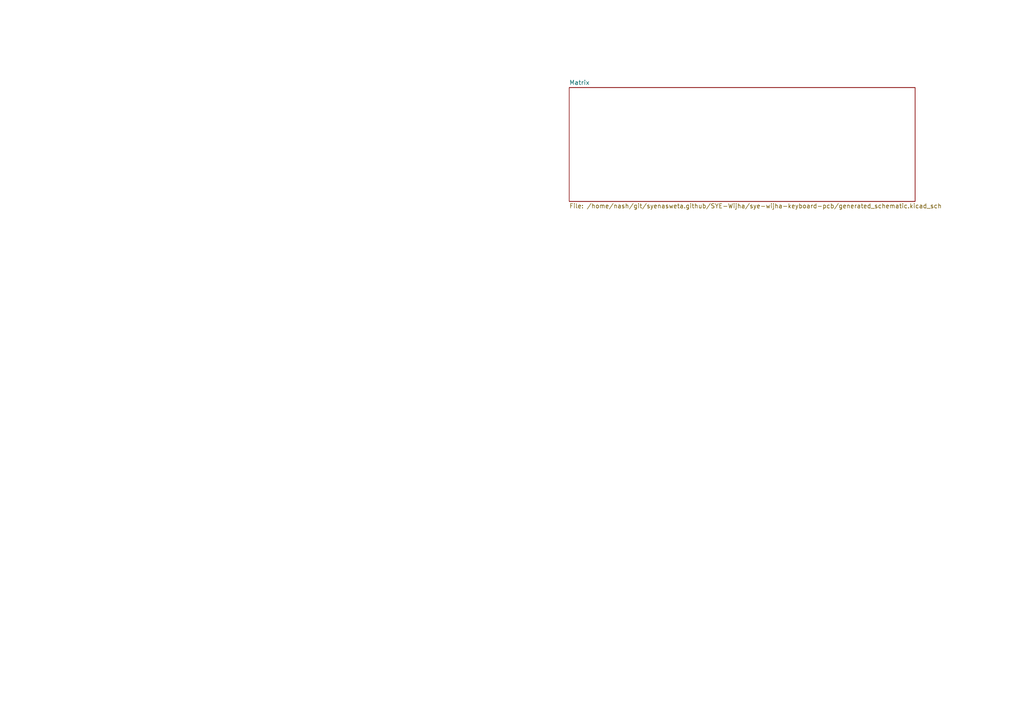
<source format=kicad_sch>
(kicad_sch
	(version 20231120)
	(generator "eeschema")
	(generator_version "8.0")
	(uuid "443cb77c-b5d5-4231-ab34-25930839aa5b")
	(paper "A4")
	(lib_symbols)
	(sheet
		(at 165.1 25.4)
		(size 100.33 33.02)
		(fields_autoplaced yes)
		(stroke
			(width 0.1524)
			(type solid)
		)
		(fill
			(color 0 0 0 0.0000)
		)
		(uuid "f78c417a-b39b-4fc0-886f-a41cee31cb8d")
		(property "Sheetname" "Matrix"
			(at 165.1 24.6884 0)
			(effects
				(font
					(size 1.27 1.27)
				)
				(justify left bottom)
			)
		)
		(property "Sheetfile" "/home/nash/git/syenasweta.github/SYE-Wijha/sye-wijha-keyboard-pcb/generated_schematic.kicad_sch"
			(at 165.1 59.0046 0)
			(effects
				(font
					(size 1.27 1.27)
				)
				(justify left top)
			)
		)
		(instances
			(project "sye-wijha-keyboard-pcb"
				(path "/443cb77c-b5d5-4231-ab34-25930839aa5b"
					(page "2")
				)
			)
		)
	)
	(sheet_instances
		(path "/"
			(page "1")
		)
	)
)

</source>
